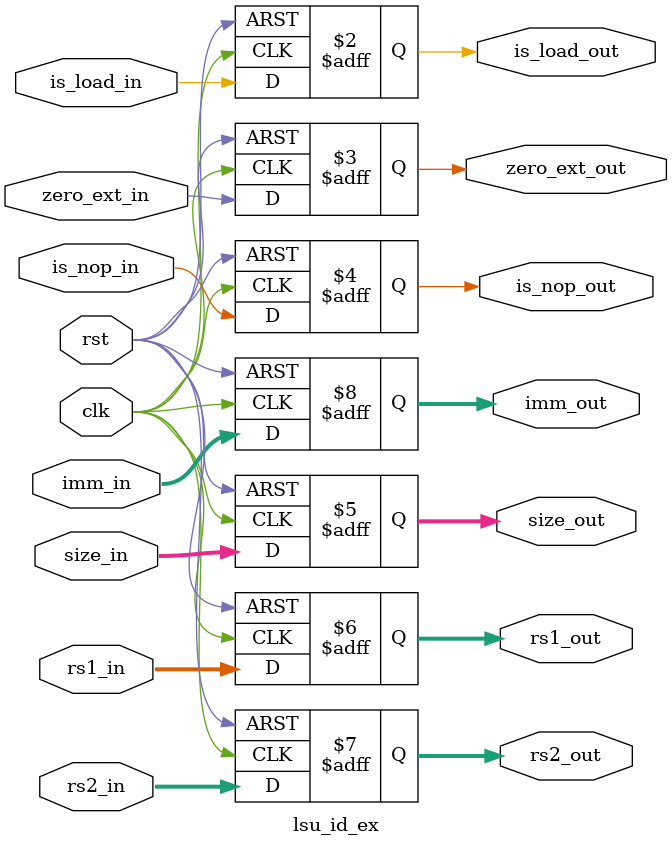
<source format=sv>
module lsu_id_ex
(
    input logic clk,
    input logic rst,
    input logic is_load_in,
    input logic zero_ext_in,
    input logic is_nop_in,
    input logic [1:0] size_in,
    input logic [4:0] rs1_in,
    input logic [4:0] rs2_in,
    input logic [11:0] imm_in,
    output logic is_load_out,
    output logic zero_ext_out,
    output logic is_nop_out,
    output logic [1:0] size_out,
    output logic [4:0] rs1_out,
    output logic [4:0] rs2_out,
    output logic [11:0] imm_out
);

always_ff @(posedge clk or posedge rst) begin

    if (rst) begin
        is_load_out <= '0;
        zero_ext_out <= '0;
        size_out <= '0;
        rs1_out <= '0;
        rs2_out <= '0;
        imm_out <= '0;
        // TODO: check if issuing NOP on reset causes a problem
        // idea is that we don't want it to crash just because of a reset
        is_nop_out <= '1;
    end
    else begin
        is_load_out <= is_load_in;
        zero_ext_out <= zero_ext_in;
        size_out <= size_in;
        rs1_out <= rs1_in;
        rs2_out <= rs2_in;
        imm_out <= imm_in;
        is_nop_out <= is_nop_in;
    end

end

endmodule
</source>
